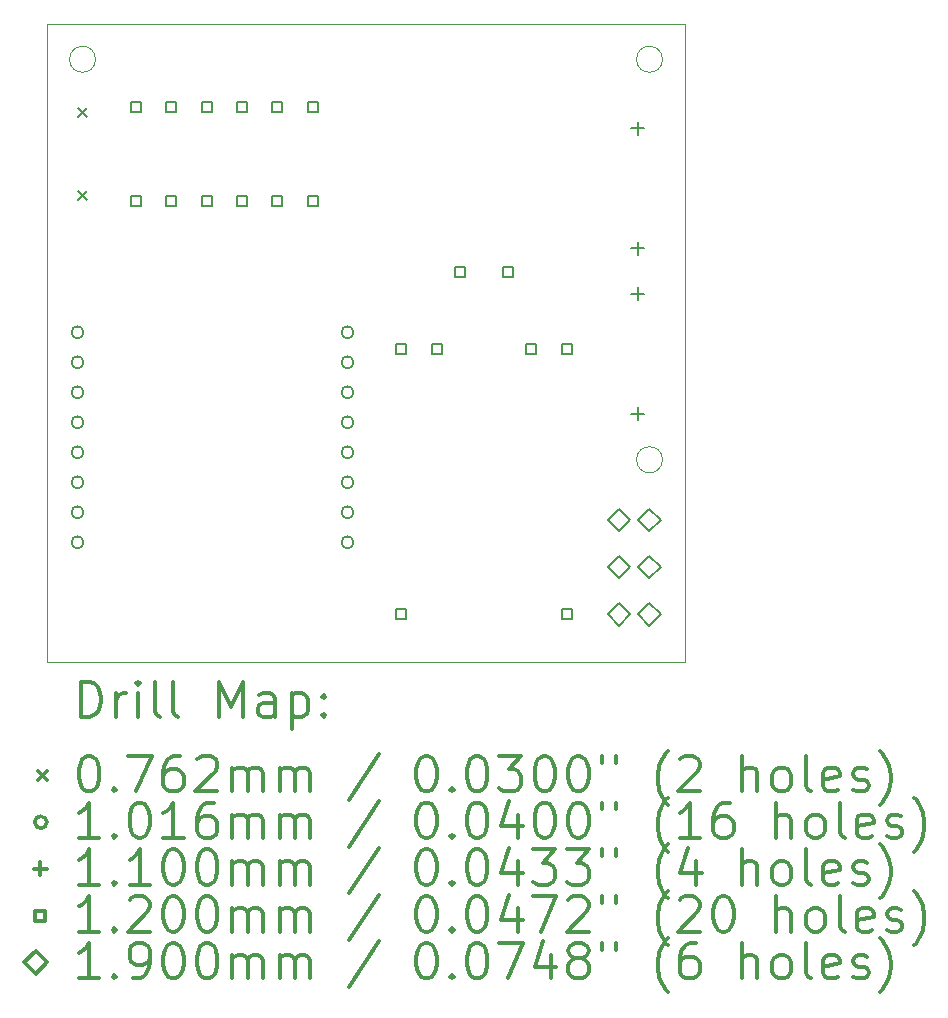
<source format=gbr>
%FSLAX45Y45*%
G04 Gerber Fmt 4.5, Leading zero omitted, Abs format (unit mm)*
G04 Created by KiCad (PCBNEW (5.1.10)-1) date 2022-01-03 01:22:54*
%MOMM*%
%LPD*%
G01*
G04 APERTURE LIST*
%TA.AperFunction,Profile*%
%ADD10C,0.050000*%
%TD*%
%ADD11C,0.200000*%
%ADD12C,0.300000*%
G04 APERTURE END LIST*
D10*
X18610000Y-13190000D02*
G75*
G03*
X18610000Y-13190000I-110000J0D01*
G01*
X13810000Y-9800000D02*
G75*
G03*
X13810000Y-9800000I-110000J0D01*
G01*
X18610000Y-9800000D02*
G75*
G03*
X18610000Y-9800000I-110000J0D01*
G01*
X18800000Y-9500000D02*
X18800000Y-14900000D01*
X13400000Y-9500000D02*
X18800000Y-9500000D01*
X13400000Y-14900000D02*
X13400000Y-9500000D01*
X18800000Y-14900000D02*
X13400000Y-14900000D01*
D11*
X13661900Y-10211900D02*
X13738100Y-10288100D01*
X13738100Y-10211900D02*
X13661900Y-10288100D01*
X13661900Y-10911900D02*
X13738100Y-10988100D01*
X13738100Y-10911900D02*
X13661900Y-10988100D01*
X13707800Y-12111000D02*
G75*
G03*
X13707800Y-12111000I-50800J0D01*
G01*
X13707800Y-12365000D02*
G75*
G03*
X13707800Y-12365000I-50800J0D01*
G01*
X13707800Y-12619000D02*
G75*
G03*
X13707800Y-12619000I-50800J0D01*
G01*
X13707800Y-12873000D02*
G75*
G03*
X13707800Y-12873000I-50800J0D01*
G01*
X13707800Y-13127000D02*
G75*
G03*
X13707800Y-13127000I-50800J0D01*
G01*
X13707800Y-13381000D02*
G75*
G03*
X13707800Y-13381000I-50800J0D01*
G01*
X13707800Y-13635000D02*
G75*
G03*
X13707800Y-13635000I-50800J0D01*
G01*
X13707800Y-13889000D02*
G75*
G03*
X13707800Y-13889000I-50800J0D01*
G01*
X15993800Y-12111000D02*
G75*
G03*
X15993800Y-12111000I-50800J0D01*
G01*
X15993800Y-12365000D02*
G75*
G03*
X15993800Y-12365000I-50800J0D01*
G01*
X15993800Y-12619000D02*
G75*
G03*
X15993800Y-12619000I-50800J0D01*
G01*
X15993800Y-12873000D02*
G75*
G03*
X15993800Y-12873000I-50800J0D01*
G01*
X15993800Y-13127000D02*
G75*
G03*
X15993800Y-13127000I-50800J0D01*
G01*
X15993800Y-13381000D02*
G75*
G03*
X15993800Y-13381000I-50800J0D01*
G01*
X15993800Y-13635000D02*
G75*
G03*
X15993800Y-13635000I-50800J0D01*
G01*
X15993800Y-13889000D02*
G75*
G03*
X15993800Y-13889000I-50800J0D01*
G01*
X18400000Y-10329000D02*
X18400000Y-10439000D01*
X18345000Y-10384000D02*
X18455000Y-10384000D01*
X18400000Y-11345000D02*
X18400000Y-11455000D01*
X18345000Y-11400000D02*
X18455000Y-11400000D01*
X18400000Y-11729000D02*
X18400000Y-11839000D01*
X18345000Y-11784000D02*
X18455000Y-11784000D01*
X18400000Y-12745000D02*
X18400000Y-12855000D01*
X18345000Y-12800000D02*
X18455000Y-12800000D01*
X14192427Y-10242427D02*
X14192427Y-10157573D01*
X14107573Y-10157573D01*
X14107573Y-10242427D01*
X14192427Y-10242427D01*
X14192427Y-11042427D02*
X14192427Y-10957573D01*
X14107573Y-10957573D01*
X14107573Y-11042427D01*
X14192427Y-11042427D01*
X14492427Y-10242427D02*
X14492427Y-10157573D01*
X14407573Y-10157573D01*
X14407573Y-10242427D01*
X14492427Y-10242427D01*
X14492427Y-11042427D02*
X14492427Y-10957573D01*
X14407573Y-10957573D01*
X14407573Y-11042427D01*
X14492427Y-11042427D01*
X14792427Y-10242427D02*
X14792427Y-10157573D01*
X14707573Y-10157573D01*
X14707573Y-10242427D01*
X14792427Y-10242427D01*
X14792427Y-11042427D02*
X14792427Y-10957573D01*
X14707573Y-10957573D01*
X14707573Y-11042427D01*
X14792427Y-11042427D01*
X15092427Y-10242427D02*
X15092427Y-10157573D01*
X15007573Y-10157573D01*
X15007573Y-10242427D01*
X15092427Y-10242427D01*
X15092427Y-11042427D02*
X15092427Y-10957573D01*
X15007573Y-10957573D01*
X15007573Y-11042427D01*
X15092427Y-11042427D01*
X15392427Y-10242427D02*
X15392427Y-10157573D01*
X15307573Y-10157573D01*
X15307573Y-10242427D01*
X15392427Y-10242427D01*
X15392427Y-11042427D02*
X15392427Y-10957573D01*
X15307573Y-10957573D01*
X15307573Y-11042427D01*
X15392427Y-11042427D01*
X15692427Y-10242427D02*
X15692427Y-10157573D01*
X15607573Y-10157573D01*
X15607573Y-10242427D01*
X15692427Y-10242427D01*
X15692427Y-11042427D02*
X15692427Y-10957573D01*
X15607573Y-10957573D01*
X15607573Y-11042427D01*
X15692427Y-11042427D01*
X16442427Y-12292427D02*
X16442427Y-12207573D01*
X16357573Y-12207573D01*
X16357573Y-12292427D01*
X16442427Y-12292427D01*
X16442427Y-14542427D02*
X16442427Y-14457573D01*
X16357573Y-14457573D01*
X16357573Y-14542427D01*
X16442427Y-14542427D01*
X16742427Y-12292427D02*
X16742427Y-12207573D01*
X16657573Y-12207573D01*
X16657573Y-12292427D01*
X16742427Y-12292427D01*
X16942427Y-11642427D02*
X16942427Y-11557573D01*
X16857573Y-11557573D01*
X16857573Y-11642427D01*
X16942427Y-11642427D01*
X17342427Y-11642427D02*
X17342427Y-11557573D01*
X17257573Y-11557573D01*
X17257573Y-11642427D01*
X17342427Y-11642427D01*
X17542427Y-12292427D02*
X17542427Y-12207573D01*
X17457573Y-12207573D01*
X17457573Y-12292427D01*
X17542427Y-12292427D01*
X17842427Y-12292427D02*
X17842427Y-12207573D01*
X17757573Y-12207573D01*
X17757573Y-12292427D01*
X17842427Y-12292427D01*
X17842427Y-14542427D02*
X17842427Y-14457573D01*
X17757573Y-14457573D01*
X17757573Y-14542427D01*
X17842427Y-14542427D01*
X18240000Y-13795000D02*
X18335000Y-13700000D01*
X18240000Y-13605000D01*
X18145000Y-13700000D01*
X18240000Y-13795000D01*
X18240000Y-14195000D02*
X18335000Y-14100000D01*
X18240000Y-14005000D01*
X18145000Y-14100000D01*
X18240000Y-14195000D01*
X18240000Y-14595000D02*
X18335000Y-14500000D01*
X18240000Y-14405000D01*
X18145000Y-14500000D01*
X18240000Y-14595000D01*
X18500000Y-13795000D02*
X18595000Y-13700000D01*
X18500000Y-13605000D01*
X18405000Y-13700000D01*
X18500000Y-13795000D01*
X18500000Y-14195000D02*
X18595000Y-14100000D01*
X18500000Y-14005000D01*
X18405000Y-14100000D01*
X18500000Y-14195000D01*
X18500000Y-14595000D02*
X18595000Y-14500000D01*
X18500000Y-14405000D01*
X18405000Y-14500000D01*
X18500000Y-14595000D01*
D12*
X13683928Y-15368214D02*
X13683928Y-15068214D01*
X13755357Y-15068214D01*
X13798214Y-15082500D01*
X13826786Y-15111071D01*
X13841071Y-15139643D01*
X13855357Y-15196786D01*
X13855357Y-15239643D01*
X13841071Y-15296786D01*
X13826786Y-15325357D01*
X13798214Y-15353929D01*
X13755357Y-15368214D01*
X13683928Y-15368214D01*
X13983928Y-15368214D02*
X13983928Y-15168214D01*
X13983928Y-15225357D02*
X13998214Y-15196786D01*
X14012500Y-15182500D01*
X14041071Y-15168214D01*
X14069643Y-15168214D01*
X14169643Y-15368214D02*
X14169643Y-15168214D01*
X14169643Y-15068214D02*
X14155357Y-15082500D01*
X14169643Y-15096786D01*
X14183928Y-15082500D01*
X14169643Y-15068214D01*
X14169643Y-15096786D01*
X14355357Y-15368214D02*
X14326786Y-15353929D01*
X14312500Y-15325357D01*
X14312500Y-15068214D01*
X14512500Y-15368214D02*
X14483928Y-15353929D01*
X14469643Y-15325357D01*
X14469643Y-15068214D01*
X14855357Y-15368214D02*
X14855357Y-15068214D01*
X14955357Y-15282500D01*
X15055357Y-15068214D01*
X15055357Y-15368214D01*
X15326786Y-15368214D02*
X15326786Y-15211071D01*
X15312500Y-15182500D01*
X15283928Y-15168214D01*
X15226786Y-15168214D01*
X15198214Y-15182500D01*
X15326786Y-15353929D02*
X15298214Y-15368214D01*
X15226786Y-15368214D01*
X15198214Y-15353929D01*
X15183928Y-15325357D01*
X15183928Y-15296786D01*
X15198214Y-15268214D01*
X15226786Y-15253929D01*
X15298214Y-15253929D01*
X15326786Y-15239643D01*
X15469643Y-15168214D02*
X15469643Y-15468214D01*
X15469643Y-15182500D02*
X15498214Y-15168214D01*
X15555357Y-15168214D01*
X15583928Y-15182500D01*
X15598214Y-15196786D01*
X15612500Y-15225357D01*
X15612500Y-15311071D01*
X15598214Y-15339643D01*
X15583928Y-15353929D01*
X15555357Y-15368214D01*
X15498214Y-15368214D01*
X15469643Y-15353929D01*
X15741071Y-15339643D02*
X15755357Y-15353929D01*
X15741071Y-15368214D01*
X15726786Y-15353929D01*
X15741071Y-15339643D01*
X15741071Y-15368214D01*
X15741071Y-15182500D02*
X15755357Y-15196786D01*
X15741071Y-15211071D01*
X15726786Y-15196786D01*
X15741071Y-15182500D01*
X15741071Y-15211071D01*
X13321300Y-15824400D02*
X13397500Y-15900600D01*
X13397500Y-15824400D02*
X13321300Y-15900600D01*
X13741071Y-15698214D02*
X13769643Y-15698214D01*
X13798214Y-15712500D01*
X13812500Y-15726786D01*
X13826786Y-15755357D01*
X13841071Y-15812500D01*
X13841071Y-15883929D01*
X13826786Y-15941071D01*
X13812500Y-15969643D01*
X13798214Y-15983929D01*
X13769643Y-15998214D01*
X13741071Y-15998214D01*
X13712500Y-15983929D01*
X13698214Y-15969643D01*
X13683928Y-15941071D01*
X13669643Y-15883929D01*
X13669643Y-15812500D01*
X13683928Y-15755357D01*
X13698214Y-15726786D01*
X13712500Y-15712500D01*
X13741071Y-15698214D01*
X13969643Y-15969643D02*
X13983928Y-15983929D01*
X13969643Y-15998214D01*
X13955357Y-15983929D01*
X13969643Y-15969643D01*
X13969643Y-15998214D01*
X14083928Y-15698214D02*
X14283928Y-15698214D01*
X14155357Y-15998214D01*
X14526786Y-15698214D02*
X14469643Y-15698214D01*
X14441071Y-15712500D01*
X14426786Y-15726786D01*
X14398214Y-15769643D01*
X14383928Y-15826786D01*
X14383928Y-15941071D01*
X14398214Y-15969643D01*
X14412500Y-15983929D01*
X14441071Y-15998214D01*
X14498214Y-15998214D01*
X14526786Y-15983929D01*
X14541071Y-15969643D01*
X14555357Y-15941071D01*
X14555357Y-15869643D01*
X14541071Y-15841071D01*
X14526786Y-15826786D01*
X14498214Y-15812500D01*
X14441071Y-15812500D01*
X14412500Y-15826786D01*
X14398214Y-15841071D01*
X14383928Y-15869643D01*
X14669643Y-15726786D02*
X14683928Y-15712500D01*
X14712500Y-15698214D01*
X14783928Y-15698214D01*
X14812500Y-15712500D01*
X14826786Y-15726786D01*
X14841071Y-15755357D01*
X14841071Y-15783929D01*
X14826786Y-15826786D01*
X14655357Y-15998214D01*
X14841071Y-15998214D01*
X14969643Y-15998214D02*
X14969643Y-15798214D01*
X14969643Y-15826786D02*
X14983928Y-15812500D01*
X15012500Y-15798214D01*
X15055357Y-15798214D01*
X15083928Y-15812500D01*
X15098214Y-15841071D01*
X15098214Y-15998214D01*
X15098214Y-15841071D02*
X15112500Y-15812500D01*
X15141071Y-15798214D01*
X15183928Y-15798214D01*
X15212500Y-15812500D01*
X15226786Y-15841071D01*
X15226786Y-15998214D01*
X15369643Y-15998214D02*
X15369643Y-15798214D01*
X15369643Y-15826786D02*
X15383928Y-15812500D01*
X15412500Y-15798214D01*
X15455357Y-15798214D01*
X15483928Y-15812500D01*
X15498214Y-15841071D01*
X15498214Y-15998214D01*
X15498214Y-15841071D02*
X15512500Y-15812500D01*
X15541071Y-15798214D01*
X15583928Y-15798214D01*
X15612500Y-15812500D01*
X15626786Y-15841071D01*
X15626786Y-15998214D01*
X16212500Y-15683929D02*
X15955357Y-16069643D01*
X16598214Y-15698214D02*
X16626786Y-15698214D01*
X16655357Y-15712500D01*
X16669643Y-15726786D01*
X16683928Y-15755357D01*
X16698214Y-15812500D01*
X16698214Y-15883929D01*
X16683928Y-15941071D01*
X16669643Y-15969643D01*
X16655357Y-15983929D01*
X16626786Y-15998214D01*
X16598214Y-15998214D01*
X16569643Y-15983929D01*
X16555357Y-15969643D01*
X16541071Y-15941071D01*
X16526786Y-15883929D01*
X16526786Y-15812500D01*
X16541071Y-15755357D01*
X16555357Y-15726786D01*
X16569643Y-15712500D01*
X16598214Y-15698214D01*
X16826786Y-15969643D02*
X16841071Y-15983929D01*
X16826786Y-15998214D01*
X16812500Y-15983929D01*
X16826786Y-15969643D01*
X16826786Y-15998214D01*
X17026786Y-15698214D02*
X17055357Y-15698214D01*
X17083928Y-15712500D01*
X17098214Y-15726786D01*
X17112500Y-15755357D01*
X17126786Y-15812500D01*
X17126786Y-15883929D01*
X17112500Y-15941071D01*
X17098214Y-15969643D01*
X17083928Y-15983929D01*
X17055357Y-15998214D01*
X17026786Y-15998214D01*
X16998214Y-15983929D01*
X16983928Y-15969643D01*
X16969643Y-15941071D01*
X16955357Y-15883929D01*
X16955357Y-15812500D01*
X16969643Y-15755357D01*
X16983928Y-15726786D01*
X16998214Y-15712500D01*
X17026786Y-15698214D01*
X17226786Y-15698214D02*
X17412500Y-15698214D01*
X17312500Y-15812500D01*
X17355357Y-15812500D01*
X17383928Y-15826786D01*
X17398214Y-15841071D01*
X17412500Y-15869643D01*
X17412500Y-15941071D01*
X17398214Y-15969643D01*
X17383928Y-15983929D01*
X17355357Y-15998214D01*
X17269643Y-15998214D01*
X17241071Y-15983929D01*
X17226786Y-15969643D01*
X17598214Y-15698214D02*
X17626786Y-15698214D01*
X17655357Y-15712500D01*
X17669643Y-15726786D01*
X17683928Y-15755357D01*
X17698214Y-15812500D01*
X17698214Y-15883929D01*
X17683928Y-15941071D01*
X17669643Y-15969643D01*
X17655357Y-15983929D01*
X17626786Y-15998214D01*
X17598214Y-15998214D01*
X17569643Y-15983929D01*
X17555357Y-15969643D01*
X17541071Y-15941071D01*
X17526786Y-15883929D01*
X17526786Y-15812500D01*
X17541071Y-15755357D01*
X17555357Y-15726786D01*
X17569643Y-15712500D01*
X17598214Y-15698214D01*
X17883928Y-15698214D02*
X17912500Y-15698214D01*
X17941071Y-15712500D01*
X17955357Y-15726786D01*
X17969643Y-15755357D01*
X17983928Y-15812500D01*
X17983928Y-15883929D01*
X17969643Y-15941071D01*
X17955357Y-15969643D01*
X17941071Y-15983929D01*
X17912500Y-15998214D01*
X17883928Y-15998214D01*
X17855357Y-15983929D01*
X17841071Y-15969643D01*
X17826786Y-15941071D01*
X17812500Y-15883929D01*
X17812500Y-15812500D01*
X17826786Y-15755357D01*
X17841071Y-15726786D01*
X17855357Y-15712500D01*
X17883928Y-15698214D01*
X18098214Y-15698214D02*
X18098214Y-15755357D01*
X18212500Y-15698214D02*
X18212500Y-15755357D01*
X18655357Y-16112500D02*
X18641071Y-16098214D01*
X18612500Y-16055357D01*
X18598214Y-16026786D01*
X18583928Y-15983929D01*
X18569643Y-15912500D01*
X18569643Y-15855357D01*
X18583928Y-15783929D01*
X18598214Y-15741071D01*
X18612500Y-15712500D01*
X18641071Y-15669643D01*
X18655357Y-15655357D01*
X18755357Y-15726786D02*
X18769643Y-15712500D01*
X18798214Y-15698214D01*
X18869643Y-15698214D01*
X18898214Y-15712500D01*
X18912500Y-15726786D01*
X18926786Y-15755357D01*
X18926786Y-15783929D01*
X18912500Y-15826786D01*
X18741071Y-15998214D01*
X18926786Y-15998214D01*
X19283928Y-15998214D02*
X19283928Y-15698214D01*
X19412500Y-15998214D02*
X19412500Y-15841071D01*
X19398214Y-15812500D01*
X19369643Y-15798214D01*
X19326786Y-15798214D01*
X19298214Y-15812500D01*
X19283928Y-15826786D01*
X19598214Y-15998214D02*
X19569643Y-15983929D01*
X19555357Y-15969643D01*
X19541071Y-15941071D01*
X19541071Y-15855357D01*
X19555357Y-15826786D01*
X19569643Y-15812500D01*
X19598214Y-15798214D01*
X19641071Y-15798214D01*
X19669643Y-15812500D01*
X19683928Y-15826786D01*
X19698214Y-15855357D01*
X19698214Y-15941071D01*
X19683928Y-15969643D01*
X19669643Y-15983929D01*
X19641071Y-15998214D01*
X19598214Y-15998214D01*
X19869643Y-15998214D02*
X19841071Y-15983929D01*
X19826786Y-15955357D01*
X19826786Y-15698214D01*
X20098214Y-15983929D02*
X20069643Y-15998214D01*
X20012500Y-15998214D01*
X19983928Y-15983929D01*
X19969643Y-15955357D01*
X19969643Y-15841071D01*
X19983928Y-15812500D01*
X20012500Y-15798214D01*
X20069643Y-15798214D01*
X20098214Y-15812500D01*
X20112500Y-15841071D01*
X20112500Y-15869643D01*
X19969643Y-15898214D01*
X20226786Y-15983929D02*
X20255357Y-15998214D01*
X20312500Y-15998214D01*
X20341071Y-15983929D01*
X20355357Y-15955357D01*
X20355357Y-15941071D01*
X20341071Y-15912500D01*
X20312500Y-15898214D01*
X20269643Y-15898214D01*
X20241071Y-15883929D01*
X20226786Y-15855357D01*
X20226786Y-15841071D01*
X20241071Y-15812500D01*
X20269643Y-15798214D01*
X20312500Y-15798214D01*
X20341071Y-15812500D01*
X20455357Y-16112500D02*
X20469643Y-16098214D01*
X20498214Y-16055357D01*
X20512500Y-16026786D01*
X20526786Y-15983929D01*
X20541071Y-15912500D01*
X20541071Y-15855357D01*
X20526786Y-15783929D01*
X20512500Y-15741071D01*
X20498214Y-15712500D01*
X20469643Y-15669643D01*
X20455357Y-15655357D01*
X13397500Y-16258500D02*
G75*
G03*
X13397500Y-16258500I-50800J0D01*
G01*
X13841071Y-16394214D02*
X13669643Y-16394214D01*
X13755357Y-16394214D02*
X13755357Y-16094214D01*
X13726786Y-16137071D01*
X13698214Y-16165643D01*
X13669643Y-16179929D01*
X13969643Y-16365643D02*
X13983928Y-16379929D01*
X13969643Y-16394214D01*
X13955357Y-16379929D01*
X13969643Y-16365643D01*
X13969643Y-16394214D01*
X14169643Y-16094214D02*
X14198214Y-16094214D01*
X14226786Y-16108500D01*
X14241071Y-16122786D01*
X14255357Y-16151357D01*
X14269643Y-16208500D01*
X14269643Y-16279929D01*
X14255357Y-16337071D01*
X14241071Y-16365643D01*
X14226786Y-16379929D01*
X14198214Y-16394214D01*
X14169643Y-16394214D01*
X14141071Y-16379929D01*
X14126786Y-16365643D01*
X14112500Y-16337071D01*
X14098214Y-16279929D01*
X14098214Y-16208500D01*
X14112500Y-16151357D01*
X14126786Y-16122786D01*
X14141071Y-16108500D01*
X14169643Y-16094214D01*
X14555357Y-16394214D02*
X14383928Y-16394214D01*
X14469643Y-16394214D02*
X14469643Y-16094214D01*
X14441071Y-16137071D01*
X14412500Y-16165643D01*
X14383928Y-16179929D01*
X14812500Y-16094214D02*
X14755357Y-16094214D01*
X14726786Y-16108500D01*
X14712500Y-16122786D01*
X14683928Y-16165643D01*
X14669643Y-16222786D01*
X14669643Y-16337071D01*
X14683928Y-16365643D01*
X14698214Y-16379929D01*
X14726786Y-16394214D01*
X14783928Y-16394214D01*
X14812500Y-16379929D01*
X14826786Y-16365643D01*
X14841071Y-16337071D01*
X14841071Y-16265643D01*
X14826786Y-16237071D01*
X14812500Y-16222786D01*
X14783928Y-16208500D01*
X14726786Y-16208500D01*
X14698214Y-16222786D01*
X14683928Y-16237071D01*
X14669643Y-16265643D01*
X14969643Y-16394214D02*
X14969643Y-16194214D01*
X14969643Y-16222786D02*
X14983928Y-16208500D01*
X15012500Y-16194214D01*
X15055357Y-16194214D01*
X15083928Y-16208500D01*
X15098214Y-16237071D01*
X15098214Y-16394214D01*
X15098214Y-16237071D02*
X15112500Y-16208500D01*
X15141071Y-16194214D01*
X15183928Y-16194214D01*
X15212500Y-16208500D01*
X15226786Y-16237071D01*
X15226786Y-16394214D01*
X15369643Y-16394214D02*
X15369643Y-16194214D01*
X15369643Y-16222786D02*
X15383928Y-16208500D01*
X15412500Y-16194214D01*
X15455357Y-16194214D01*
X15483928Y-16208500D01*
X15498214Y-16237071D01*
X15498214Y-16394214D01*
X15498214Y-16237071D02*
X15512500Y-16208500D01*
X15541071Y-16194214D01*
X15583928Y-16194214D01*
X15612500Y-16208500D01*
X15626786Y-16237071D01*
X15626786Y-16394214D01*
X16212500Y-16079929D02*
X15955357Y-16465643D01*
X16598214Y-16094214D02*
X16626786Y-16094214D01*
X16655357Y-16108500D01*
X16669643Y-16122786D01*
X16683928Y-16151357D01*
X16698214Y-16208500D01*
X16698214Y-16279929D01*
X16683928Y-16337071D01*
X16669643Y-16365643D01*
X16655357Y-16379929D01*
X16626786Y-16394214D01*
X16598214Y-16394214D01*
X16569643Y-16379929D01*
X16555357Y-16365643D01*
X16541071Y-16337071D01*
X16526786Y-16279929D01*
X16526786Y-16208500D01*
X16541071Y-16151357D01*
X16555357Y-16122786D01*
X16569643Y-16108500D01*
X16598214Y-16094214D01*
X16826786Y-16365643D02*
X16841071Y-16379929D01*
X16826786Y-16394214D01*
X16812500Y-16379929D01*
X16826786Y-16365643D01*
X16826786Y-16394214D01*
X17026786Y-16094214D02*
X17055357Y-16094214D01*
X17083928Y-16108500D01*
X17098214Y-16122786D01*
X17112500Y-16151357D01*
X17126786Y-16208500D01*
X17126786Y-16279929D01*
X17112500Y-16337071D01*
X17098214Y-16365643D01*
X17083928Y-16379929D01*
X17055357Y-16394214D01*
X17026786Y-16394214D01*
X16998214Y-16379929D01*
X16983928Y-16365643D01*
X16969643Y-16337071D01*
X16955357Y-16279929D01*
X16955357Y-16208500D01*
X16969643Y-16151357D01*
X16983928Y-16122786D01*
X16998214Y-16108500D01*
X17026786Y-16094214D01*
X17383928Y-16194214D02*
X17383928Y-16394214D01*
X17312500Y-16079929D02*
X17241071Y-16294214D01*
X17426786Y-16294214D01*
X17598214Y-16094214D02*
X17626786Y-16094214D01*
X17655357Y-16108500D01*
X17669643Y-16122786D01*
X17683928Y-16151357D01*
X17698214Y-16208500D01*
X17698214Y-16279929D01*
X17683928Y-16337071D01*
X17669643Y-16365643D01*
X17655357Y-16379929D01*
X17626786Y-16394214D01*
X17598214Y-16394214D01*
X17569643Y-16379929D01*
X17555357Y-16365643D01*
X17541071Y-16337071D01*
X17526786Y-16279929D01*
X17526786Y-16208500D01*
X17541071Y-16151357D01*
X17555357Y-16122786D01*
X17569643Y-16108500D01*
X17598214Y-16094214D01*
X17883928Y-16094214D02*
X17912500Y-16094214D01*
X17941071Y-16108500D01*
X17955357Y-16122786D01*
X17969643Y-16151357D01*
X17983928Y-16208500D01*
X17983928Y-16279929D01*
X17969643Y-16337071D01*
X17955357Y-16365643D01*
X17941071Y-16379929D01*
X17912500Y-16394214D01*
X17883928Y-16394214D01*
X17855357Y-16379929D01*
X17841071Y-16365643D01*
X17826786Y-16337071D01*
X17812500Y-16279929D01*
X17812500Y-16208500D01*
X17826786Y-16151357D01*
X17841071Y-16122786D01*
X17855357Y-16108500D01*
X17883928Y-16094214D01*
X18098214Y-16094214D02*
X18098214Y-16151357D01*
X18212500Y-16094214D02*
X18212500Y-16151357D01*
X18655357Y-16508500D02*
X18641071Y-16494214D01*
X18612500Y-16451357D01*
X18598214Y-16422786D01*
X18583928Y-16379929D01*
X18569643Y-16308500D01*
X18569643Y-16251357D01*
X18583928Y-16179929D01*
X18598214Y-16137071D01*
X18612500Y-16108500D01*
X18641071Y-16065643D01*
X18655357Y-16051357D01*
X18926786Y-16394214D02*
X18755357Y-16394214D01*
X18841071Y-16394214D02*
X18841071Y-16094214D01*
X18812500Y-16137071D01*
X18783928Y-16165643D01*
X18755357Y-16179929D01*
X19183928Y-16094214D02*
X19126786Y-16094214D01*
X19098214Y-16108500D01*
X19083928Y-16122786D01*
X19055357Y-16165643D01*
X19041071Y-16222786D01*
X19041071Y-16337071D01*
X19055357Y-16365643D01*
X19069643Y-16379929D01*
X19098214Y-16394214D01*
X19155357Y-16394214D01*
X19183928Y-16379929D01*
X19198214Y-16365643D01*
X19212500Y-16337071D01*
X19212500Y-16265643D01*
X19198214Y-16237071D01*
X19183928Y-16222786D01*
X19155357Y-16208500D01*
X19098214Y-16208500D01*
X19069643Y-16222786D01*
X19055357Y-16237071D01*
X19041071Y-16265643D01*
X19569643Y-16394214D02*
X19569643Y-16094214D01*
X19698214Y-16394214D02*
X19698214Y-16237071D01*
X19683928Y-16208500D01*
X19655357Y-16194214D01*
X19612500Y-16194214D01*
X19583928Y-16208500D01*
X19569643Y-16222786D01*
X19883928Y-16394214D02*
X19855357Y-16379929D01*
X19841071Y-16365643D01*
X19826786Y-16337071D01*
X19826786Y-16251357D01*
X19841071Y-16222786D01*
X19855357Y-16208500D01*
X19883928Y-16194214D01*
X19926786Y-16194214D01*
X19955357Y-16208500D01*
X19969643Y-16222786D01*
X19983928Y-16251357D01*
X19983928Y-16337071D01*
X19969643Y-16365643D01*
X19955357Y-16379929D01*
X19926786Y-16394214D01*
X19883928Y-16394214D01*
X20155357Y-16394214D02*
X20126786Y-16379929D01*
X20112500Y-16351357D01*
X20112500Y-16094214D01*
X20383928Y-16379929D02*
X20355357Y-16394214D01*
X20298214Y-16394214D01*
X20269643Y-16379929D01*
X20255357Y-16351357D01*
X20255357Y-16237071D01*
X20269643Y-16208500D01*
X20298214Y-16194214D01*
X20355357Y-16194214D01*
X20383928Y-16208500D01*
X20398214Y-16237071D01*
X20398214Y-16265643D01*
X20255357Y-16294214D01*
X20512500Y-16379929D02*
X20541071Y-16394214D01*
X20598214Y-16394214D01*
X20626786Y-16379929D01*
X20641071Y-16351357D01*
X20641071Y-16337071D01*
X20626786Y-16308500D01*
X20598214Y-16294214D01*
X20555357Y-16294214D01*
X20526786Y-16279929D01*
X20512500Y-16251357D01*
X20512500Y-16237071D01*
X20526786Y-16208500D01*
X20555357Y-16194214D01*
X20598214Y-16194214D01*
X20626786Y-16208500D01*
X20741071Y-16508500D02*
X20755357Y-16494214D01*
X20783928Y-16451357D01*
X20798214Y-16422786D01*
X20812500Y-16379929D01*
X20826786Y-16308500D01*
X20826786Y-16251357D01*
X20812500Y-16179929D01*
X20798214Y-16137071D01*
X20783928Y-16108500D01*
X20755357Y-16065643D01*
X20741071Y-16051357D01*
X13342500Y-16599500D02*
X13342500Y-16709500D01*
X13287500Y-16654500D02*
X13397500Y-16654500D01*
X13841071Y-16790214D02*
X13669643Y-16790214D01*
X13755357Y-16790214D02*
X13755357Y-16490214D01*
X13726786Y-16533071D01*
X13698214Y-16561643D01*
X13669643Y-16575929D01*
X13969643Y-16761643D02*
X13983928Y-16775929D01*
X13969643Y-16790214D01*
X13955357Y-16775929D01*
X13969643Y-16761643D01*
X13969643Y-16790214D01*
X14269643Y-16790214D02*
X14098214Y-16790214D01*
X14183928Y-16790214D02*
X14183928Y-16490214D01*
X14155357Y-16533071D01*
X14126786Y-16561643D01*
X14098214Y-16575929D01*
X14455357Y-16490214D02*
X14483928Y-16490214D01*
X14512500Y-16504500D01*
X14526786Y-16518786D01*
X14541071Y-16547357D01*
X14555357Y-16604500D01*
X14555357Y-16675929D01*
X14541071Y-16733071D01*
X14526786Y-16761643D01*
X14512500Y-16775929D01*
X14483928Y-16790214D01*
X14455357Y-16790214D01*
X14426786Y-16775929D01*
X14412500Y-16761643D01*
X14398214Y-16733071D01*
X14383928Y-16675929D01*
X14383928Y-16604500D01*
X14398214Y-16547357D01*
X14412500Y-16518786D01*
X14426786Y-16504500D01*
X14455357Y-16490214D01*
X14741071Y-16490214D02*
X14769643Y-16490214D01*
X14798214Y-16504500D01*
X14812500Y-16518786D01*
X14826786Y-16547357D01*
X14841071Y-16604500D01*
X14841071Y-16675929D01*
X14826786Y-16733071D01*
X14812500Y-16761643D01*
X14798214Y-16775929D01*
X14769643Y-16790214D01*
X14741071Y-16790214D01*
X14712500Y-16775929D01*
X14698214Y-16761643D01*
X14683928Y-16733071D01*
X14669643Y-16675929D01*
X14669643Y-16604500D01*
X14683928Y-16547357D01*
X14698214Y-16518786D01*
X14712500Y-16504500D01*
X14741071Y-16490214D01*
X14969643Y-16790214D02*
X14969643Y-16590214D01*
X14969643Y-16618786D02*
X14983928Y-16604500D01*
X15012500Y-16590214D01*
X15055357Y-16590214D01*
X15083928Y-16604500D01*
X15098214Y-16633071D01*
X15098214Y-16790214D01*
X15098214Y-16633071D02*
X15112500Y-16604500D01*
X15141071Y-16590214D01*
X15183928Y-16590214D01*
X15212500Y-16604500D01*
X15226786Y-16633071D01*
X15226786Y-16790214D01*
X15369643Y-16790214D02*
X15369643Y-16590214D01*
X15369643Y-16618786D02*
X15383928Y-16604500D01*
X15412500Y-16590214D01*
X15455357Y-16590214D01*
X15483928Y-16604500D01*
X15498214Y-16633071D01*
X15498214Y-16790214D01*
X15498214Y-16633071D02*
X15512500Y-16604500D01*
X15541071Y-16590214D01*
X15583928Y-16590214D01*
X15612500Y-16604500D01*
X15626786Y-16633071D01*
X15626786Y-16790214D01*
X16212500Y-16475929D02*
X15955357Y-16861643D01*
X16598214Y-16490214D02*
X16626786Y-16490214D01*
X16655357Y-16504500D01*
X16669643Y-16518786D01*
X16683928Y-16547357D01*
X16698214Y-16604500D01*
X16698214Y-16675929D01*
X16683928Y-16733071D01*
X16669643Y-16761643D01*
X16655357Y-16775929D01*
X16626786Y-16790214D01*
X16598214Y-16790214D01*
X16569643Y-16775929D01*
X16555357Y-16761643D01*
X16541071Y-16733071D01*
X16526786Y-16675929D01*
X16526786Y-16604500D01*
X16541071Y-16547357D01*
X16555357Y-16518786D01*
X16569643Y-16504500D01*
X16598214Y-16490214D01*
X16826786Y-16761643D02*
X16841071Y-16775929D01*
X16826786Y-16790214D01*
X16812500Y-16775929D01*
X16826786Y-16761643D01*
X16826786Y-16790214D01*
X17026786Y-16490214D02*
X17055357Y-16490214D01*
X17083928Y-16504500D01*
X17098214Y-16518786D01*
X17112500Y-16547357D01*
X17126786Y-16604500D01*
X17126786Y-16675929D01*
X17112500Y-16733071D01*
X17098214Y-16761643D01*
X17083928Y-16775929D01*
X17055357Y-16790214D01*
X17026786Y-16790214D01*
X16998214Y-16775929D01*
X16983928Y-16761643D01*
X16969643Y-16733071D01*
X16955357Y-16675929D01*
X16955357Y-16604500D01*
X16969643Y-16547357D01*
X16983928Y-16518786D01*
X16998214Y-16504500D01*
X17026786Y-16490214D01*
X17383928Y-16590214D02*
X17383928Y-16790214D01*
X17312500Y-16475929D02*
X17241071Y-16690214D01*
X17426786Y-16690214D01*
X17512500Y-16490214D02*
X17698214Y-16490214D01*
X17598214Y-16604500D01*
X17641071Y-16604500D01*
X17669643Y-16618786D01*
X17683928Y-16633071D01*
X17698214Y-16661643D01*
X17698214Y-16733071D01*
X17683928Y-16761643D01*
X17669643Y-16775929D01*
X17641071Y-16790214D01*
X17555357Y-16790214D01*
X17526786Y-16775929D01*
X17512500Y-16761643D01*
X17798214Y-16490214D02*
X17983928Y-16490214D01*
X17883928Y-16604500D01*
X17926786Y-16604500D01*
X17955357Y-16618786D01*
X17969643Y-16633071D01*
X17983928Y-16661643D01*
X17983928Y-16733071D01*
X17969643Y-16761643D01*
X17955357Y-16775929D01*
X17926786Y-16790214D01*
X17841071Y-16790214D01*
X17812500Y-16775929D01*
X17798214Y-16761643D01*
X18098214Y-16490214D02*
X18098214Y-16547357D01*
X18212500Y-16490214D02*
X18212500Y-16547357D01*
X18655357Y-16904500D02*
X18641071Y-16890214D01*
X18612500Y-16847357D01*
X18598214Y-16818786D01*
X18583928Y-16775929D01*
X18569643Y-16704500D01*
X18569643Y-16647357D01*
X18583928Y-16575929D01*
X18598214Y-16533071D01*
X18612500Y-16504500D01*
X18641071Y-16461643D01*
X18655357Y-16447357D01*
X18898214Y-16590214D02*
X18898214Y-16790214D01*
X18826786Y-16475929D02*
X18755357Y-16690214D01*
X18941071Y-16690214D01*
X19283928Y-16790214D02*
X19283928Y-16490214D01*
X19412500Y-16790214D02*
X19412500Y-16633071D01*
X19398214Y-16604500D01*
X19369643Y-16590214D01*
X19326786Y-16590214D01*
X19298214Y-16604500D01*
X19283928Y-16618786D01*
X19598214Y-16790214D02*
X19569643Y-16775929D01*
X19555357Y-16761643D01*
X19541071Y-16733071D01*
X19541071Y-16647357D01*
X19555357Y-16618786D01*
X19569643Y-16604500D01*
X19598214Y-16590214D01*
X19641071Y-16590214D01*
X19669643Y-16604500D01*
X19683928Y-16618786D01*
X19698214Y-16647357D01*
X19698214Y-16733071D01*
X19683928Y-16761643D01*
X19669643Y-16775929D01*
X19641071Y-16790214D01*
X19598214Y-16790214D01*
X19869643Y-16790214D02*
X19841071Y-16775929D01*
X19826786Y-16747357D01*
X19826786Y-16490214D01*
X20098214Y-16775929D02*
X20069643Y-16790214D01*
X20012500Y-16790214D01*
X19983928Y-16775929D01*
X19969643Y-16747357D01*
X19969643Y-16633071D01*
X19983928Y-16604500D01*
X20012500Y-16590214D01*
X20069643Y-16590214D01*
X20098214Y-16604500D01*
X20112500Y-16633071D01*
X20112500Y-16661643D01*
X19969643Y-16690214D01*
X20226786Y-16775929D02*
X20255357Y-16790214D01*
X20312500Y-16790214D01*
X20341071Y-16775929D01*
X20355357Y-16747357D01*
X20355357Y-16733071D01*
X20341071Y-16704500D01*
X20312500Y-16690214D01*
X20269643Y-16690214D01*
X20241071Y-16675929D01*
X20226786Y-16647357D01*
X20226786Y-16633071D01*
X20241071Y-16604500D01*
X20269643Y-16590214D01*
X20312500Y-16590214D01*
X20341071Y-16604500D01*
X20455357Y-16904500D02*
X20469643Y-16890214D01*
X20498214Y-16847357D01*
X20512500Y-16818786D01*
X20526786Y-16775929D01*
X20541071Y-16704500D01*
X20541071Y-16647357D01*
X20526786Y-16575929D01*
X20512500Y-16533071D01*
X20498214Y-16504500D01*
X20469643Y-16461643D01*
X20455357Y-16447357D01*
X13379927Y-17092927D02*
X13379927Y-17008073D01*
X13295073Y-17008073D01*
X13295073Y-17092927D01*
X13379927Y-17092927D01*
X13841071Y-17186214D02*
X13669643Y-17186214D01*
X13755357Y-17186214D02*
X13755357Y-16886214D01*
X13726786Y-16929072D01*
X13698214Y-16957643D01*
X13669643Y-16971929D01*
X13969643Y-17157643D02*
X13983928Y-17171929D01*
X13969643Y-17186214D01*
X13955357Y-17171929D01*
X13969643Y-17157643D01*
X13969643Y-17186214D01*
X14098214Y-16914786D02*
X14112500Y-16900500D01*
X14141071Y-16886214D01*
X14212500Y-16886214D01*
X14241071Y-16900500D01*
X14255357Y-16914786D01*
X14269643Y-16943357D01*
X14269643Y-16971929D01*
X14255357Y-17014786D01*
X14083928Y-17186214D01*
X14269643Y-17186214D01*
X14455357Y-16886214D02*
X14483928Y-16886214D01*
X14512500Y-16900500D01*
X14526786Y-16914786D01*
X14541071Y-16943357D01*
X14555357Y-17000500D01*
X14555357Y-17071929D01*
X14541071Y-17129072D01*
X14526786Y-17157643D01*
X14512500Y-17171929D01*
X14483928Y-17186214D01*
X14455357Y-17186214D01*
X14426786Y-17171929D01*
X14412500Y-17157643D01*
X14398214Y-17129072D01*
X14383928Y-17071929D01*
X14383928Y-17000500D01*
X14398214Y-16943357D01*
X14412500Y-16914786D01*
X14426786Y-16900500D01*
X14455357Y-16886214D01*
X14741071Y-16886214D02*
X14769643Y-16886214D01*
X14798214Y-16900500D01*
X14812500Y-16914786D01*
X14826786Y-16943357D01*
X14841071Y-17000500D01*
X14841071Y-17071929D01*
X14826786Y-17129072D01*
X14812500Y-17157643D01*
X14798214Y-17171929D01*
X14769643Y-17186214D01*
X14741071Y-17186214D01*
X14712500Y-17171929D01*
X14698214Y-17157643D01*
X14683928Y-17129072D01*
X14669643Y-17071929D01*
X14669643Y-17000500D01*
X14683928Y-16943357D01*
X14698214Y-16914786D01*
X14712500Y-16900500D01*
X14741071Y-16886214D01*
X14969643Y-17186214D02*
X14969643Y-16986214D01*
X14969643Y-17014786D02*
X14983928Y-17000500D01*
X15012500Y-16986214D01*
X15055357Y-16986214D01*
X15083928Y-17000500D01*
X15098214Y-17029072D01*
X15098214Y-17186214D01*
X15098214Y-17029072D02*
X15112500Y-17000500D01*
X15141071Y-16986214D01*
X15183928Y-16986214D01*
X15212500Y-17000500D01*
X15226786Y-17029072D01*
X15226786Y-17186214D01*
X15369643Y-17186214D02*
X15369643Y-16986214D01*
X15369643Y-17014786D02*
X15383928Y-17000500D01*
X15412500Y-16986214D01*
X15455357Y-16986214D01*
X15483928Y-17000500D01*
X15498214Y-17029072D01*
X15498214Y-17186214D01*
X15498214Y-17029072D02*
X15512500Y-17000500D01*
X15541071Y-16986214D01*
X15583928Y-16986214D01*
X15612500Y-17000500D01*
X15626786Y-17029072D01*
X15626786Y-17186214D01*
X16212500Y-16871929D02*
X15955357Y-17257643D01*
X16598214Y-16886214D02*
X16626786Y-16886214D01*
X16655357Y-16900500D01*
X16669643Y-16914786D01*
X16683928Y-16943357D01*
X16698214Y-17000500D01*
X16698214Y-17071929D01*
X16683928Y-17129072D01*
X16669643Y-17157643D01*
X16655357Y-17171929D01*
X16626786Y-17186214D01*
X16598214Y-17186214D01*
X16569643Y-17171929D01*
X16555357Y-17157643D01*
X16541071Y-17129072D01*
X16526786Y-17071929D01*
X16526786Y-17000500D01*
X16541071Y-16943357D01*
X16555357Y-16914786D01*
X16569643Y-16900500D01*
X16598214Y-16886214D01*
X16826786Y-17157643D02*
X16841071Y-17171929D01*
X16826786Y-17186214D01*
X16812500Y-17171929D01*
X16826786Y-17157643D01*
X16826786Y-17186214D01*
X17026786Y-16886214D02*
X17055357Y-16886214D01*
X17083928Y-16900500D01*
X17098214Y-16914786D01*
X17112500Y-16943357D01*
X17126786Y-17000500D01*
X17126786Y-17071929D01*
X17112500Y-17129072D01*
X17098214Y-17157643D01*
X17083928Y-17171929D01*
X17055357Y-17186214D01*
X17026786Y-17186214D01*
X16998214Y-17171929D01*
X16983928Y-17157643D01*
X16969643Y-17129072D01*
X16955357Y-17071929D01*
X16955357Y-17000500D01*
X16969643Y-16943357D01*
X16983928Y-16914786D01*
X16998214Y-16900500D01*
X17026786Y-16886214D01*
X17383928Y-16986214D02*
X17383928Y-17186214D01*
X17312500Y-16871929D02*
X17241071Y-17086214D01*
X17426786Y-17086214D01*
X17512500Y-16886214D02*
X17712500Y-16886214D01*
X17583928Y-17186214D01*
X17812500Y-16914786D02*
X17826786Y-16900500D01*
X17855357Y-16886214D01*
X17926786Y-16886214D01*
X17955357Y-16900500D01*
X17969643Y-16914786D01*
X17983928Y-16943357D01*
X17983928Y-16971929D01*
X17969643Y-17014786D01*
X17798214Y-17186214D01*
X17983928Y-17186214D01*
X18098214Y-16886214D02*
X18098214Y-16943357D01*
X18212500Y-16886214D02*
X18212500Y-16943357D01*
X18655357Y-17300500D02*
X18641071Y-17286214D01*
X18612500Y-17243357D01*
X18598214Y-17214786D01*
X18583928Y-17171929D01*
X18569643Y-17100500D01*
X18569643Y-17043357D01*
X18583928Y-16971929D01*
X18598214Y-16929072D01*
X18612500Y-16900500D01*
X18641071Y-16857643D01*
X18655357Y-16843357D01*
X18755357Y-16914786D02*
X18769643Y-16900500D01*
X18798214Y-16886214D01*
X18869643Y-16886214D01*
X18898214Y-16900500D01*
X18912500Y-16914786D01*
X18926786Y-16943357D01*
X18926786Y-16971929D01*
X18912500Y-17014786D01*
X18741071Y-17186214D01*
X18926786Y-17186214D01*
X19112500Y-16886214D02*
X19141071Y-16886214D01*
X19169643Y-16900500D01*
X19183928Y-16914786D01*
X19198214Y-16943357D01*
X19212500Y-17000500D01*
X19212500Y-17071929D01*
X19198214Y-17129072D01*
X19183928Y-17157643D01*
X19169643Y-17171929D01*
X19141071Y-17186214D01*
X19112500Y-17186214D01*
X19083928Y-17171929D01*
X19069643Y-17157643D01*
X19055357Y-17129072D01*
X19041071Y-17071929D01*
X19041071Y-17000500D01*
X19055357Y-16943357D01*
X19069643Y-16914786D01*
X19083928Y-16900500D01*
X19112500Y-16886214D01*
X19569643Y-17186214D02*
X19569643Y-16886214D01*
X19698214Y-17186214D02*
X19698214Y-17029072D01*
X19683928Y-17000500D01*
X19655357Y-16986214D01*
X19612500Y-16986214D01*
X19583928Y-17000500D01*
X19569643Y-17014786D01*
X19883928Y-17186214D02*
X19855357Y-17171929D01*
X19841071Y-17157643D01*
X19826786Y-17129072D01*
X19826786Y-17043357D01*
X19841071Y-17014786D01*
X19855357Y-17000500D01*
X19883928Y-16986214D01*
X19926786Y-16986214D01*
X19955357Y-17000500D01*
X19969643Y-17014786D01*
X19983928Y-17043357D01*
X19983928Y-17129072D01*
X19969643Y-17157643D01*
X19955357Y-17171929D01*
X19926786Y-17186214D01*
X19883928Y-17186214D01*
X20155357Y-17186214D02*
X20126786Y-17171929D01*
X20112500Y-17143357D01*
X20112500Y-16886214D01*
X20383928Y-17171929D02*
X20355357Y-17186214D01*
X20298214Y-17186214D01*
X20269643Y-17171929D01*
X20255357Y-17143357D01*
X20255357Y-17029072D01*
X20269643Y-17000500D01*
X20298214Y-16986214D01*
X20355357Y-16986214D01*
X20383928Y-17000500D01*
X20398214Y-17029072D01*
X20398214Y-17057643D01*
X20255357Y-17086214D01*
X20512500Y-17171929D02*
X20541071Y-17186214D01*
X20598214Y-17186214D01*
X20626786Y-17171929D01*
X20641071Y-17143357D01*
X20641071Y-17129072D01*
X20626786Y-17100500D01*
X20598214Y-17086214D01*
X20555357Y-17086214D01*
X20526786Y-17071929D01*
X20512500Y-17043357D01*
X20512500Y-17029072D01*
X20526786Y-17000500D01*
X20555357Y-16986214D01*
X20598214Y-16986214D01*
X20626786Y-17000500D01*
X20741071Y-17300500D02*
X20755357Y-17286214D01*
X20783928Y-17243357D01*
X20798214Y-17214786D01*
X20812500Y-17171929D01*
X20826786Y-17100500D01*
X20826786Y-17043357D01*
X20812500Y-16971929D01*
X20798214Y-16929072D01*
X20783928Y-16900500D01*
X20755357Y-16857643D01*
X20741071Y-16843357D01*
X13302500Y-17541500D02*
X13397500Y-17446500D01*
X13302500Y-17351500D01*
X13207500Y-17446500D01*
X13302500Y-17541500D01*
X13841071Y-17582214D02*
X13669643Y-17582214D01*
X13755357Y-17582214D02*
X13755357Y-17282214D01*
X13726786Y-17325072D01*
X13698214Y-17353643D01*
X13669643Y-17367929D01*
X13969643Y-17553643D02*
X13983928Y-17567929D01*
X13969643Y-17582214D01*
X13955357Y-17567929D01*
X13969643Y-17553643D01*
X13969643Y-17582214D01*
X14126786Y-17582214D02*
X14183928Y-17582214D01*
X14212500Y-17567929D01*
X14226786Y-17553643D01*
X14255357Y-17510786D01*
X14269643Y-17453643D01*
X14269643Y-17339357D01*
X14255357Y-17310786D01*
X14241071Y-17296500D01*
X14212500Y-17282214D01*
X14155357Y-17282214D01*
X14126786Y-17296500D01*
X14112500Y-17310786D01*
X14098214Y-17339357D01*
X14098214Y-17410786D01*
X14112500Y-17439357D01*
X14126786Y-17453643D01*
X14155357Y-17467929D01*
X14212500Y-17467929D01*
X14241071Y-17453643D01*
X14255357Y-17439357D01*
X14269643Y-17410786D01*
X14455357Y-17282214D02*
X14483928Y-17282214D01*
X14512500Y-17296500D01*
X14526786Y-17310786D01*
X14541071Y-17339357D01*
X14555357Y-17396500D01*
X14555357Y-17467929D01*
X14541071Y-17525072D01*
X14526786Y-17553643D01*
X14512500Y-17567929D01*
X14483928Y-17582214D01*
X14455357Y-17582214D01*
X14426786Y-17567929D01*
X14412500Y-17553643D01*
X14398214Y-17525072D01*
X14383928Y-17467929D01*
X14383928Y-17396500D01*
X14398214Y-17339357D01*
X14412500Y-17310786D01*
X14426786Y-17296500D01*
X14455357Y-17282214D01*
X14741071Y-17282214D02*
X14769643Y-17282214D01*
X14798214Y-17296500D01*
X14812500Y-17310786D01*
X14826786Y-17339357D01*
X14841071Y-17396500D01*
X14841071Y-17467929D01*
X14826786Y-17525072D01*
X14812500Y-17553643D01*
X14798214Y-17567929D01*
X14769643Y-17582214D01*
X14741071Y-17582214D01*
X14712500Y-17567929D01*
X14698214Y-17553643D01*
X14683928Y-17525072D01*
X14669643Y-17467929D01*
X14669643Y-17396500D01*
X14683928Y-17339357D01*
X14698214Y-17310786D01*
X14712500Y-17296500D01*
X14741071Y-17282214D01*
X14969643Y-17582214D02*
X14969643Y-17382214D01*
X14969643Y-17410786D02*
X14983928Y-17396500D01*
X15012500Y-17382214D01*
X15055357Y-17382214D01*
X15083928Y-17396500D01*
X15098214Y-17425072D01*
X15098214Y-17582214D01*
X15098214Y-17425072D02*
X15112500Y-17396500D01*
X15141071Y-17382214D01*
X15183928Y-17382214D01*
X15212500Y-17396500D01*
X15226786Y-17425072D01*
X15226786Y-17582214D01*
X15369643Y-17582214D02*
X15369643Y-17382214D01*
X15369643Y-17410786D02*
X15383928Y-17396500D01*
X15412500Y-17382214D01*
X15455357Y-17382214D01*
X15483928Y-17396500D01*
X15498214Y-17425072D01*
X15498214Y-17582214D01*
X15498214Y-17425072D02*
X15512500Y-17396500D01*
X15541071Y-17382214D01*
X15583928Y-17382214D01*
X15612500Y-17396500D01*
X15626786Y-17425072D01*
X15626786Y-17582214D01*
X16212500Y-17267929D02*
X15955357Y-17653643D01*
X16598214Y-17282214D02*
X16626786Y-17282214D01*
X16655357Y-17296500D01*
X16669643Y-17310786D01*
X16683928Y-17339357D01*
X16698214Y-17396500D01*
X16698214Y-17467929D01*
X16683928Y-17525072D01*
X16669643Y-17553643D01*
X16655357Y-17567929D01*
X16626786Y-17582214D01*
X16598214Y-17582214D01*
X16569643Y-17567929D01*
X16555357Y-17553643D01*
X16541071Y-17525072D01*
X16526786Y-17467929D01*
X16526786Y-17396500D01*
X16541071Y-17339357D01*
X16555357Y-17310786D01*
X16569643Y-17296500D01*
X16598214Y-17282214D01*
X16826786Y-17553643D02*
X16841071Y-17567929D01*
X16826786Y-17582214D01*
X16812500Y-17567929D01*
X16826786Y-17553643D01*
X16826786Y-17582214D01*
X17026786Y-17282214D02*
X17055357Y-17282214D01*
X17083928Y-17296500D01*
X17098214Y-17310786D01*
X17112500Y-17339357D01*
X17126786Y-17396500D01*
X17126786Y-17467929D01*
X17112500Y-17525072D01*
X17098214Y-17553643D01*
X17083928Y-17567929D01*
X17055357Y-17582214D01*
X17026786Y-17582214D01*
X16998214Y-17567929D01*
X16983928Y-17553643D01*
X16969643Y-17525072D01*
X16955357Y-17467929D01*
X16955357Y-17396500D01*
X16969643Y-17339357D01*
X16983928Y-17310786D01*
X16998214Y-17296500D01*
X17026786Y-17282214D01*
X17226786Y-17282214D02*
X17426786Y-17282214D01*
X17298214Y-17582214D01*
X17669643Y-17382214D02*
X17669643Y-17582214D01*
X17598214Y-17267929D02*
X17526786Y-17482214D01*
X17712500Y-17482214D01*
X17869643Y-17410786D02*
X17841071Y-17396500D01*
X17826786Y-17382214D01*
X17812500Y-17353643D01*
X17812500Y-17339357D01*
X17826786Y-17310786D01*
X17841071Y-17296500D01*
X17869643Y-17282214D01*
X17926786Y-17282214D01*
X17955357Y-17296500D01*
X17969643Y-17310786D01*
X17983928Y-17339357D01*
X17983928Y-17353643D01*
X17969643Y-17382214D01*
X17955357Y-17396500D01*
X17926786Y-17410786D01*
X17869643Y-17410786D01*
X17841071Y-17425072D01*
X17826786Y-17439357D01*
X17812500Y-17467929D01*
X17812500Y-17525072D01*
X17826786Y-17553643D01*
X17841071Y-17567929D01*
X17869643Y-17582214D01*
X17926786Y-17582214D01*
X17955357Y-17567929D01*
X17969643Y-17553643D01*
X17983928Y-17525072D01*
X17983928Y-17467929D01*
X17969643Y-17439357D01*
X17955357Y-17425072D01*
X17926786Y-17410786D01*
X18098214Y-17282214D02*
X18098214Y-17339357D01*
X18212500Y-17282214D02*
X18212500Y-17339357D01*
X18655357Y-17696500D02*
X18641071Y-17682214D01*
X18612500Y-17639357D01*
X18598214Y-17610786D01*
X18583928Y-17567929D01*
X18569643Y-17496500D01*
X18569643Y-17439357D01*
X18583928Y-17367929D01*
X18598214Y-17325072D01*
X18612500Y-17296500D01*
X18641071Y-17253643D01*
X18655357Y-17239357D01*
X18898214Y-17282214D02*
X18841071Y-17282214D01*
X18812500Y-17296500D01*
X18798214Y-17310786D01*
X18769643Y-17353643D01*
X18755357Y-17410786D01*
X18755357Y-17525072D01*
X18769643Y-17553643D01*
X18783928Y-17567929D01*
X18812500Y-17582214D01*
X18869643Y-17582214D01*
X18898214Y-17567929D01*
X18912500Y-17553643D01*
X18926786Y-17525072D01*
X18926786Y-17453643D01*
X18912500Y-17425072D01*
X18898214Y-17410786D01*
X18869643Y-17396500D01*
X18812500Y-17396500D01*
X18783928Y-17410786D01*
X18769643Y-17425072D01*
X18755357Y-17453643D01*
X19283928Y-17582214D02*
X19283928Y-17282214D01*
X19412500Y-17582214D02*
X19412500Y-17425072D01*
X19398214Y-17396500D01*
X19369643Y-17382214D01*
X19326786Y-17382214D01*
X19298214Y-17396500D01*
X19283928Y-17410786D01*
X19598214Y-17582214D02*
X19569643Y-17567929D01*
X19555357Y-17553643D01*
X19541071Y-17525072D01*
X19541071Y-17439357D01*
X19555357Y-17410786D01*
X19569643Y-17396500D01*
X19598214Y-17382214D01*
X19641071Y-17382214D01*
X19669643Y-17396500D01*
X19683928Y-17410786D01*
X19698214Y-17439357D01*
X19698214Y-17525072D01*
X19683928Y-17553643D01*
X19669643Y-17567929D01*
X19641071Y-17582214D01*
X19598214Y-17582214D01*
X19869643Y-17582214D02*
X19841071Y-17567929D01*
X19826786Y-17539357D01*
X19826786Y-17282214D01*
X20098214Y-17567929D02*
X20069643Y-17582214D01*
X20012500Y-17582214D01*
X19983928Y-17567929D01*
X19969643Y-17539357D01*
X19969643Y-17425072D01*
X19983928Y-17396500D01*
X20012500Y-17382214D01*
X20069643Y-17382214D01*
X20098214Y-17396500D01*
X20112500Y-17425072D01*
X20112500Y-17453643D01*
X19969643Y-17482214D01*
X20226786Y-17567929D02*
X20255357Y-17582214D01*
X20312500Y-17582214D01*
X20341071Y-17567929D01*
X20355357Y-17539357D01*
X20355357Y-17525072D01*
X20341071Y-17496500D01*
X20312500Y-17482214D01*
X20269643Y-17482214D01*
X20241071Y-17467929D01*
X20226786Y-17439357D01*
X20226786Y-17425072D01*
X20241071Y-17396500D01*
X20269643Y-17382214D01*
X20312500Y-17382214D01*
X20341071Y-17396500D01*
X20455357Y-17696500D02*
X20469643Y-17682214D01*
X20498214Y-17639357D01*
X20512500Y-17610786D01*
X20526786Y-17567929D01*
X20541071Y-17496500D01*
X20541071Y-17439357D01*
X20526786Y-17367929D01*
X20512500Y-17325072D01*
X20498214Y-17296500D01*
X20469643Y-17253643D01*
X20455357Y-17239357D01*
M02*

</source>
